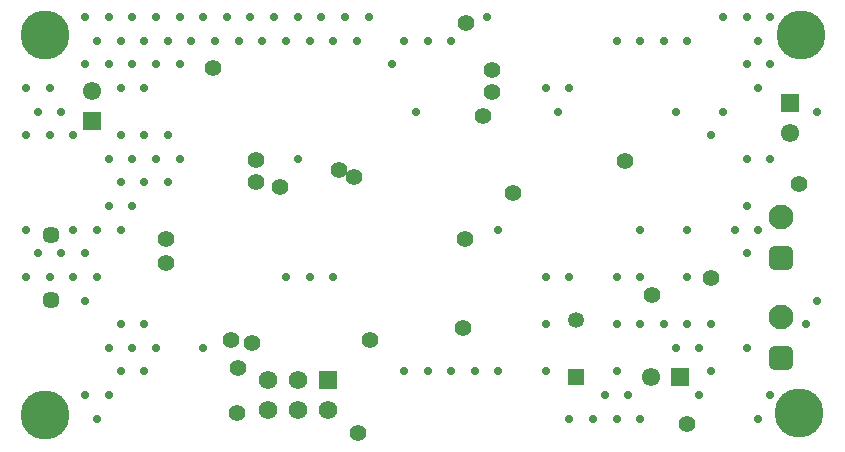
<source format=gbs>
G04*
G04 #@! TF.GenerationSoftware,Altium Limited,Altium Designer,23.10.1 (27)*
G04*
G04 Layer_Color=16711935*
%FSLAX44Y44*%
%MOMM*%
G71*
G04*
G04 #@! TF.SameCoordinates,64171CFE-22FE-4E7E-97F9-8EA8A996B151*
G04*
G04*
G04 #@! TF.FilePolarity,Negative*
G04*
G01*
G75*
%ADD32C,1.5700*%
%ADD33R,1.5700X1.5700*%
%ADD34C,1.4500*%
%ADD35C,2.1000*%
G04:AMPARAMS|DCode=36|XSize=2.1mm|YSize=2.1mm|CornerRadius=0.5625mm|HoleSize=0mm|Usage=FLASHONLY|Rotation=90.000|XOffset=0mm|YOffset=0mm|HoleType=Round|Shape=RoundedRectangle|*
%AMROUNDEDRECTD36*
21,1,2.1000,0.9750,0,0,90.0*
21,1,0.9750,2.1000,0,0,90.0*
1,1,1.1250,0.4875,0.4875*
1,1,1.1250,0.4875,-0.4875*
1,1,1.1250,-0.4875,-0.4875*
1,1,1.1250,-0.4875,0.4875*
%
%ADD36ROUNDEDRECTD36*%
%ADD37R,1.5500X1.5500*%
%ADD38C,1.5500*%
%ADD39R,1.5500X1.5500*%
%ADD40C,1.3500*%
%ADD41R,1.3500X1.3500*%
%ADD42C,4.1500*%
%ADD43C,0.7000*%
%ADD44C,1.4200*%
D32*
X474980Y287020D02*
D03*
X500380D02*
D03*
X525780D02*
D03*
X474980Y312420D02*
D03*
X500380D02*
D03*
D33*
X525780D02*
D03*
D34*
X290830Y435610D02*
D03*
Y380610D02*
D03*
D35*
X909320Y450850D02*
D03*
Y366470D02*
D03*
D36*
Y415850D02*
D03*
Y331470D02*
D03*
D37*
X917110Y547170D02*
D03*
X326220Y532330D02*
D03*
D38*
X917110Y522170D02*
D03*
X798830Y314960D02*
D03*
X326220Y557330D02*
D03*
D39*
X823830Y314960D02*
D03*
D40*
X735330Y363760D02*
D03*
D41*
Y314960D02*
D03*
D42*
X285750Y283210D02*
D03*
Y604520D02*
D03*
X924560Y284480D02*
D03*
X925830Y604520D02*
D03*
D43*
X940001Y540000D02*
D03*
Y380000D02*
D03*
X930001Y360000D02*
D03*
X900001Y620000D02*
D03*
Y580000D02*
D03*
Y500000D02*
D03*
Y300000D02*
D03*
X880001Y620000D02*
D03*
X890001Y600000D02*
D03*
X880001Y580000D02*
D03*
X890001Y560000D02*
D03*
X880001Y500000D02*
D03*
Y460000D02*
D03*
X890001Y440000D02*
D03*
X880001Y420000D02*
D03*
Y340000D02*
D03*
X890001Y280000D02*
D03*
X860001Y620000D02*
D03*
Y540000D02*
D03*
X870001Y440000D02*
D03*
X850001Y520000D02*
D03*
Y360000D02*
D03*
X840001Y340000D02*
D03*
X850001Y320000D02*
D03*
X840001Y300000D02*
D03*
X830000Y600000D02*
D03*
X820000Y540000D02*
D03*
X830000Y440000D02*
D03*
Y400000D02*
D03*
Y360000D02*
D03*
X820000Y340000D02*
D03*
X810000Y600000D02*
D03*
Y360000D02*
D03*
X790000Y600000D02*
D03*
Y440000D02*
D03*
Y400000D02*
D03*
Y360000D02*
D03*
X780000Y300000D02*
D03*
X790000Y280000D02*
D03*
X770000Y600000D02*
D03*
Y400000D02*
D03*
Y360000D02*
D03*
Y320000D02*
D03*
X760000Y300000D02*
D03*
X770000Y280000D02*
D03*
X750000D02*
D03*
X730000Y560000D02*
D03*
X720000Y540000D02*
D03*
X730000Y400000D02*
D03*
Y280000D02*
D03*
X710000Y560000D02*
D03*
Y400000D02*
D03*
Y360000D02*
D03*
Y320000D02*
D03*
X660000Y620000D02*
D03*
X670000Y440000D02*
D03*
Y320000D02*
D03*
X650000D02*
D03*
X630000Y600000D02*
D03*
Y320000D02*
D03*
X610000Y600000D02*
D03*
X600000Y540000D02*
D03*
X610000Y320000D02*
D03*
X590000Y600000D02*
D03*
X580000Y580000D02*
D03*
X590000Y320000D02*
D03*
X560000Y620000D02*
D03*
X540000D02*
D03*
X550000Y600000D02*
D03*
X520000Y620000D02*
D03*
X530000Y600000D02*
D03*
Y400000D02*
D03*
X500000Y620000D02*
D03*
X510000Y600000D02*
D03*
X500000Y500000D02*
D03*
X510000Y400000D02*
D03*
X480000Y620000D02*
D03*
X490000Y600000D02*
D03*
Y400000D02*
D03*
X460000Y620000D02*
D03*
X470000Y600000D02*
D03*
X440000Y620000D02*
D03*
X450000Y600000D02*
D03*
X420000Y620000D02*
D03*
X430000Y600000D02*
D03*
X420000Y340000D02*
D03*
X400000Y620000D02*
D03*
X410000Y600000D02*
D03*
X400000Y580000D02*
D03*
Y500000D02*
D03*
X380000Y620000D02*
D03*
X390000Y600000D02*
D03*
X380000Y580000D02*
D03*
X390000Y520000D02*
D03*
X380000Y500000D02*
D03*
X390000Y480000D02*
D03*
X380000Y340000D02*
D03*
X360000Y620000D02*
D03*
X370000Y600000D02*
D03*
X360000Y580000D02*
D03*
X370000Y560000D02*
D03*
Y520000D02*
D03*
X360000Y500000D02*
D03*
X370000Y480000D02*
D03*
X360000Y460000D02*
D03*
X370000Y360000D02*
D03*
X360000Y340000D02*
D03*
X370000Y320000D02*
D03*
X340000Y620000D02*
D03*
X350000Y600000D02*
D03*
X340000Y580000D02*
D03*
X350000Y560000D02*
D03*
Y520000D02*
D03*
X340000Y500000D02*
D03*
X350000Y480000D02*
D03*
X340000Y460000D02*
D03*
X350000Y440000D02*
D03*
Y360000D02*
D03*
X340000Y340000D02*
D03*
X350000Y320000D02*
D03*
X340000Y300000D02*
D03*
X320000Y620000D02*
D03*
X330000Y600000D02*
D03*
X320000Y580000D02*
D03*
X330000Y440000D02*
D03*
X320000Y420000D02*
D03*
X330000Y400000D02*
D03*
X320000Y380000D02*
D03*
Y300000D02*
D03*
X330000Y280000D02*
D03*
X300000Y540000D02*
D03*
X310000Y520000D02*
D03*
Y440000D02*
D03*
X300000Y420000D02*
D03*
X310000Y400000D02*
D03*
X290000Y560000D02*
D03*
X280000Y540000D02*
D03*
X290000Y520000D02*
D03*
X280000Y420000D02*
D03*
X290000Y400000D02*
D03*
X270000Y560000D02*
D03*
Y520000D02*
D03*
Y440000D02*
D03*
Y400000D02*
D03*
D44*
X464820Y480060D02*
D03*
X485140Y476250D02*
D03*
X547436Y484546D02*
D03*
X534670Y490220D02*
D03*
X464820Y499110D02*
D03*
X461010Y344170D02*
D03*
X443230Y346710D02*
D03*
X449580Y322580D02*
D03*
X551180Y267970D02*
D03*
X561340Y346710D02*
D03*
X448310Y284480D02*
D03*
X924560Y478790D02*
D03*
X829310Y275590D02*
D03*
X777240Y497840D02*
D03*
X642620Y614680D02*
D03*
X640080Y356870D02*
D03*
X681990Y471170D02*
D03*
X641350Y431800D02*
D03*
X849630Y398780D02*
D03*
X664210Y556260D02*
D03*
X800100Y384810D02*
D03*
X656590Y535940D02*
D03*
X664210Y575310D02*
D03*
X427990Y576580D02*
D03*
X388620Y431800D02*
D03*
Y411480D02*
D03*
M02*

</source>
